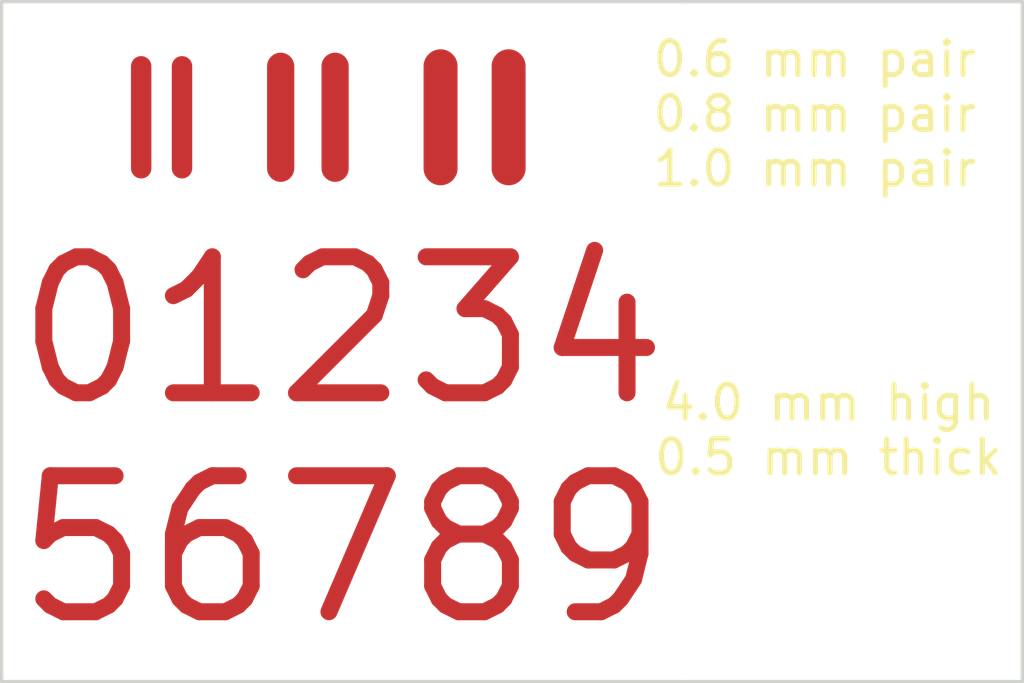
<source format=kicad_pcb>
(kicad_pcb (version 20171130) (host pcbnew "(5.1.2)-2")

  (general
    (thickness 1.6)
    (drawings 15)
    (tracks 0)
    (zones 0)
    (modules 0)
    (nets 1)
  )

  (page A4)
  (layers
    (0 F.Cu signal)
    (31 B.Cu signal)
    (32 B.Adhes user)
    (33 F.Adhes user)
    (34 B.Paste user)
    (35 F.Paste user)
    (36 B.SilkS user)
    (37 F.SilkS user)
    (38 B.Mask user)
    (39 F.Mask user)
    (40 Dwgs.User user)
    (41 Cmts.User user)
    (42 Eco1.User user)
    (43 Eco2.User user)
    (44 Edge.Cuts user)
    (45 Margin user)
    (46 B.CrtYd user)
    (47 F.CrtYd user)
    (48 B.Fab user)
    (49 F.Fab user)
  )

  (setup
    (last_trace_width 0.25)
    (trace_clearance 0)
    (zone_clearance 0.508)
    (zone_45_only no)
    (trace_min 0.2)
    (via_size 0.8)
    (via_drill 0.4)
    (via_min_size 0.4)
    (via_min_drill 0.3)
    (uvia_size 0.3)
    (uvia_drill 0.1)
    (uvias_allowed no)
    (uvia_min_size 0.2)
    (uvia_min_drill 0.1)
    (edge_width 0.05)
    (segment_width 0.2)
    (pcb_text_width 0.3)
    (pcb_text_size 1.5 1.5)
    (mod_edge_width 0.12)
    (mod_text_size 1 1)
    (mod_text_width 0.15)
    (pad_size 1.524 1.524)
    (pad_drill 0.762)
    (pad_to_mask_clearance 0.051)
    (solder_mask_min_width 0.25)
    (aux_axis_origin 0 0)
    (visible_elements FFFFFF7F)
    (pcbplotparams
      (layerselection 0x010fc_ffffffff)
      (usegerberextensions false)
      (usegerberattributes false)
      (usegerberadvancedattributes false)
      (creategerberjobfile false)
      (excludeedgelayer true)
      (linewidth 0.150000)
      (plotframeref false)
      (viasonmask false)
      (mode 1)
      (useauxorigin false)
      (hpglpennumber 1)
      (hpglpenspeed 20)
      (hpglpendiameter 15.000000)
      (psnegative false)
      (psa4output false)
      (plotreference true)
      (plotvalue true)
      (plotinvisibletext false)
      (padsonsilk false)
      (subtractmaskfromsilk false)
      (outputformat 1)
      (mirror false)
      (drillshape 1)
      (scaleselection 1)
      (outputdirectory ""))
  )

  (net 0 "")

  (net_class Default "This is the default net class."
    (clearance 0)
    (trace_width 0.25)
    (via_dia 0.8)
    (via_drill 0.4)
    (uvia_dia 0.3)
    (uvia_drill 0.1)
  )

  (gr_text "4.0 mm high\n0.5 mm thick" (at 84.3 59.6) (layer F.SilkS)
    (effects (font (size 1 1) (thickness 0.15)))
  )
  (gr_text "0.6 mm pair\n0.8 mm pair\n1.0 mm pair" (at 83.9 50.3) (layer F.SilkS)
    (effects (font (size 1 1) (thickness 0.15)))
  )
  (gr_line (start 64.1 48.9) (end 64.1 51.9) (layer F.Cu) (width 0.6) (tstamp 5D4D7265))
  (gr_line (start 68.2 48.9) (end 68.2 51.9) (layer F.Cu) (width 0.8) (tstamp 5D4D7262))
  (gr_line (start 72.9 48.9) (end 72.9 51.9) (layer F.Cu) (width 1) (tstamp 5D4D725F))
  (gr_line (start 80 67) (end 90 67) (layer Edge.Cuts) (width 0.1))
  (gr_line (start 80 47) (end 90 47) (layer Edge.Cuts) (width 0.1))
  (gr_line (start 65.3 48.9) (end 65.3 51.9) (layer F.Cu) (width 0.6) (tstamp 5D4D7256))
  (gr_line (start 69.8 48.9) (end 69.8 51.9) (layer F.Cu) (width 0.8) (tstamp 5D4D7259))
  (gr_line (start 74.9 48.9) (end 74.9 51.9) (layer F.Cu) (width 1) (tstamp 5D4D725C))
  (gr_text "01234\n56789" (at 70 59.9) (layer F.Cu) (tstamp 5D4D7268)
    (effects (font (size 4 4) (thickness 0.5)))
  )
  (gr_line (start 60 67) (end 60 47) (layer Edge.Cuts) (width 0.1) (tstamp 5D4D7271))
  (gr_line (start 80 67) (end 60 67) (layer Edge.Cuts) (width 0.1) (tstamp 5D4D726E))
  (gr_line (start 90 47) (end 90 67) (layer Edge.Cuts) (width 0.1))
  (gr_line (start 60 47) (end 80 47) (layer Edge.Cuts) (width 0.1) (tstamp 5D4D726B))

)

</source>
